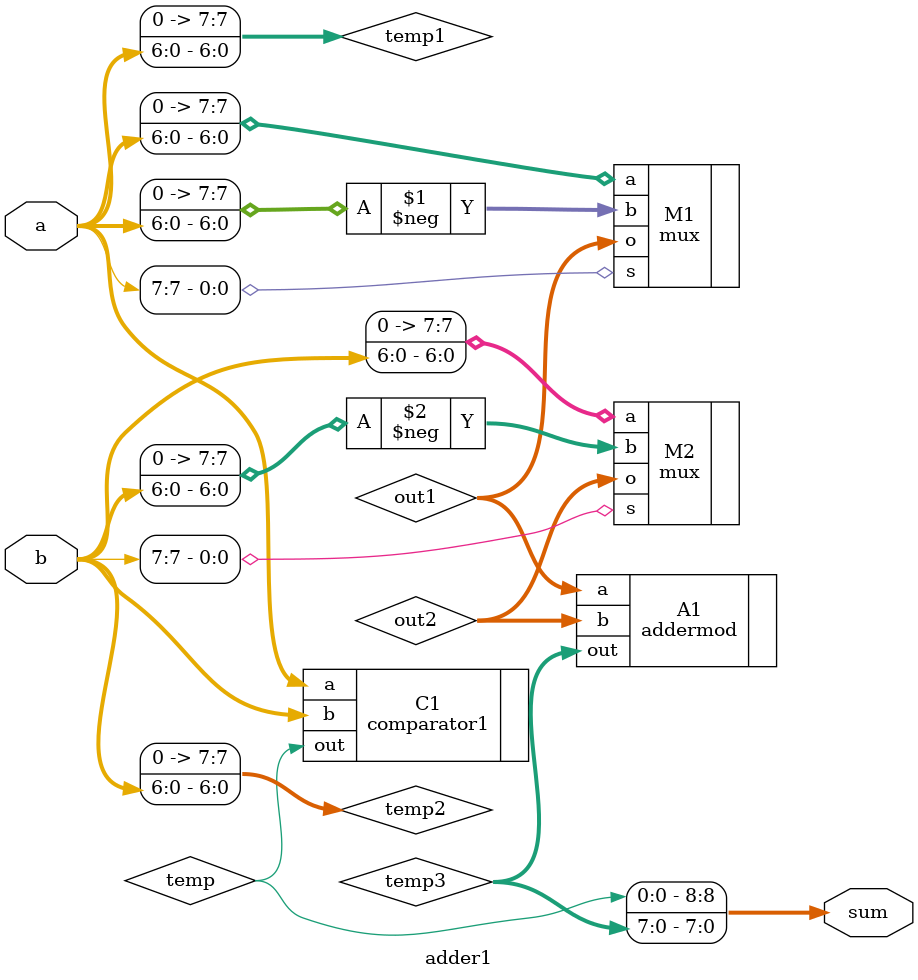
<source format=v>

`timescale 1ns / 1ps
module adder1(
    input [7:0] a,
    input [7:0] b,
    output [8:0] sum
    //input cin
	//output reg out 
	);

wire [7:0] out1;
wire [7:0] out2;
wire[7:0] temp1;
wire[7:0] temp2;
wire [7:0] temp3;
wire temp;
assign temp1 ={1'b0, a[6:0]};
assign temp2 = {1'b0, b[6:0]};

comparator1 C1(.a(a), .b(b), .out(temp)) ;
mux M1 (.a(temp1) , .b(-temp1) , .s( a[7] ), .o( out1)  );
mux M2 (.a(temp2) , .b(-temp2 ) , .s( b[7] ), .o(out2 )  );
addermod A1(.a(out1), .b(out2) , .out(temp3));

assign sum ={temp , temp3 };
endmodule

</source>
